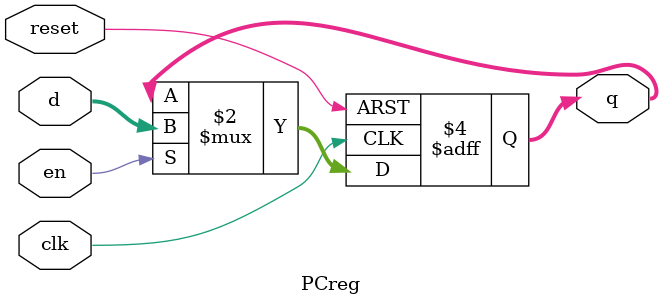
<source format=sv>
module PCreg #(parameter WIDTH = 64)
(input logic clk, reset, en,
input logic [WIDTH-1:0] d,
output logic [WIDTH-1:0] q);

always_ff @(posedge clk, posedge reset)
if (reset) q <= 64'd80;
else if (en) q <= d;

endmodule
</source>
